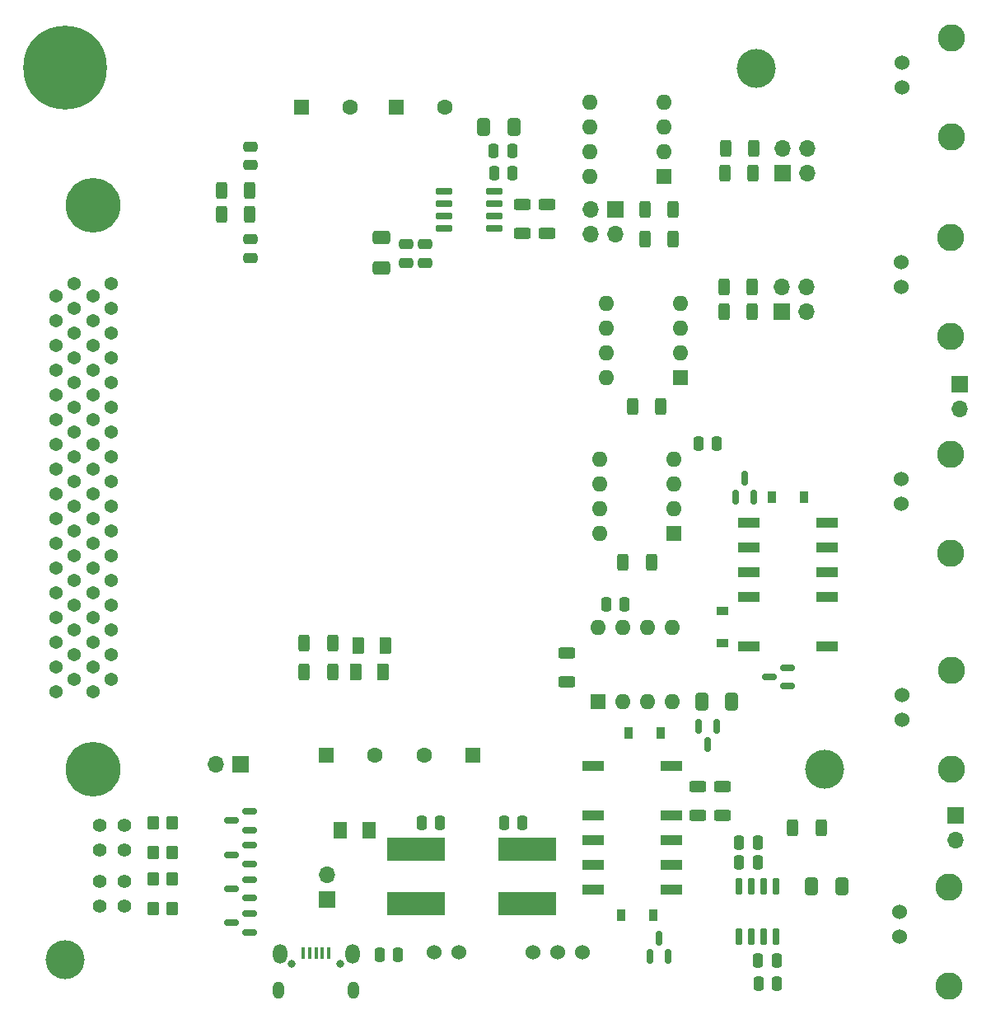
<source format=gbr>
%TF.GenerationSoftware,KiCad,Pcbnew,(6.0.0)*%
%TF.CreationDate,2024-05-04T22:15:16-04:00*%
%TF.ProjectId,Impedance_Analyzer_V4,496d7065-6461-46e6-9365-5f416e616c79,rev?*%
%TF.SameCoordinates,Original*%
%TF.FileFunction,Soldermask,Top*%
%TF.FilePolarity,Negative*%
%FSLAX46Y46*%
G04 Gerber Fmt 4.6, Leading zero omitted, Abs format (unit mm)*
G04 Created by KiCad (PCBNEW (6.0.0)) date 2024-05-04 22:15:16*
%MOMM*%
%LPD*%
G01*
G04 APERTURE LIST*
G04 Aperture macros list*
%AMRoundRect*
0 Rectangle with rounded corners*
0 $1 Rounding radius*
0 $2 $3 $4 $5 $6 $7 $8 $9 X,Y pos of 4 corners*
0 Add a 4 corners polygon primitive as box body*
4,1,4,$2,$3,$4,$5,$6,$7,$8,$9,$2,$3,0*
0 Add four circle primitives for the rounded corners*
1,1,$1+$1,$2,$3*
1,1,$1+$1,$4,$5*
1,1,$1+$1,$6,$7*
1,1,$1+$1,$8,$9*
0 Add four rect primitives between the rounded corners*
20,1,$1+$1,$2,$3,$4,$5,0*
20,1,$1+$1,$4,$5,$6,$7,0*
20,1,$1+$1,$6,$7,$8,$9,0*
20,1,$1+$1,$8,$9,$2,$3,0*%
G04 Aperture macros list end*
%ADD10R,1.700000X1.700000*%
%ADD11O,1.700000X1.700000*%
%ADD12RoundRect,0.250001X-0.462499X-0.624999X0.462499X-0.624999X0.462499X0.624999X-0.462499X0.624999X0*%
%ADD13O,0.800000X0.800000*%
%ADD14O,1.150000X1.800000*%
%ADD15O,1.450000X2.000000*%
%ADD16R,0.450000X1.300000*%
%ADD17R,1.600000X1.600000*%
%ADD18O,1.600000X1.600000*%
%ADD19RoundRect,0.150000X0.150000X-0.587500X0.150000X0.587500X-0.150000X0.587500X-0.150000X-0.587500X0*%
%ADD20R,2.209800X0.990600*%
%ADD21R,0.900000X1.200000*%
%ADD22RoundRect,0.150000X-0.150000X0.587500X-0.150000X-0.587500X0.150000X-0.587500X0.150000X0.587500X0*%
%ADD23RoundRect,0.150000X0.587500X0.150000X-0.587500X0.150000X-0.587500X-0.150000X0.587500X-0.150000X0*%
%ADD24R,1.200000X0.900000*%
%ADD25RoundRect,0.250000X-0.350000X-0.450000X0.350000X-0.450000X0.350000X0.450000X-0.350000X0.450000X0*%
%ADD26C,1.371600*%
%ADD27C,5.613400*%
%ADD28C,1.397000*%
%ADD29C,1.524000*%
%ADD30C,2.800000*%
%ADD31RoundRect,0.249998X-0.625002X0.312502X-0.625002X-0.312502X0.625002X-0.312502X0.625002X0.312502X0*%
%ADD32RoundRect,0.249998X0.312502X0.625002X-0.312502X0.625002X-0.312502X-0.625002X0.312502X-0.625002X0*%
%ADD33C,1.600000*%
%ADD34RoundRect,0.250000X-0.475000X0.250000X-0.475000X-0.250000X0.475000X-0.250000X0.475000X0.250000X0*%
%ADD35RoundRect,0.150000X-0.725000X-0.150000X0.725000X-0.150000X0.725000X0.150000X-0.725000X0.150000X0*%
%ADD36RoundRect,0.250000X0.250000X0.475000X-0.250000X0.475000X-0.250000X-0.475000X0.250000X-0.475000X0*%
%ADD37RoundRect,0.250000X-0.250000X-0.475000X0.250000X-0.475000X0.250000X0.475000X-0.250000X0.475000X0*%
%ADD38RoundRect,0.250000X0.375000X0.625000X-0.375000X0.625000X-0.375000X-0.625000X0.375000X-0.625000X0*%
%ADD39RoundRect,0.250000X-0.375000X-0.625000X0.375000X-0.625000X0.375000X0.625000X-0.375000X0.625000X0*%
%ADD40C,8.600000*%
%ADD41C,4.000000*%
%ADD42RoundRect,0.249999X-0.625001X0.312501X-0.625001X-0.312501X0.625001X-0.312501X0.625001X0.312501X0*%
%ADD43RoundRect,0.150000X-0.150000X0.725000X-0.150000X-0.725000X0.150000X-0.725000X0.150000X0.725000X0*%
%ADD44R,5.900000X2.450000*%
%ADD45RoundRect,0.250000X0.312500X0.625000X-0.312500X0.625000X-0.312500X-0.625000X0.312500X-0.625000X0*%
%ADD46RoundRect,0.250000X-0.312500X-0.625000X0.312500X-0.625000X0.312500X0.625000X-0.312500X0.625000X0*%
%ADD47RoundRect,0.250000X0.475000X-0.250000X0.475000X0.250000X-0.475000X0.250000X-0.475000X-0.250000X0*%
%ADD48RoundRect,0.250000X-0.625000X0.312500X-0.625000X-0.312500X0.625000X-0.312500X0.625000X0.312500X0*%
%ADD49RoundRect,0.250000X-0.412500X-0.650000X0.412500X-0.650000X0.412500X0.650000X-0.412500X0.650000X0*%
%ADD50RoundRect,0.250000X0.650000X-0.412500X0.650000X0.412500X-0.650000X0.412500X-0.650000X-0.412500X0*%
%ADD51RoundRect,0.250000X0.412500X0.650000X-0.412500X0.650000X-0.412500X-0.650000X0.412500X-0.650000X0*%
G04 APERTURE END LIST*
D10*
%TO.C,J8*%
X93000000Y-117500000D03*
D11*
X90460000Y-117500000D03*
%TD*%
D10*
%TO.C,J3*%
X101850000Y-131320000D03*
D11*
X101850000Y-128780000D03*
%TD*%
D12*
%TO.C,F1*%
X103262500Y-124250000D03*
X106237500Y-124250000D03*
%TD*%
D13*
%TO.C,J2*%
X103250000Y-137950000D03*
X98250000Y-137950000D03*
D14*
X104625000Y-140700000D03*
X96875000Y-140700000D03*
D15*
X104475000Y-136900000D03*
X97025000Y-136900000D03*
D16*
X102050000Y-136850000D03*
X101400000Y-136850000D03*
X100750000Y-136850000D03*
X100100000Y-136850000D03*
X99450000Y-136850000D03*
%TD*%
D17*
%TO.C,U3*%
X129700000Y-111000000D03*
D18*
X132240000Y-111000000D03*
X134780000Y-111000000D03*
X137320000Y-111000000D03*
X137320000Y-103380000D03*
X134780000Y-103380000D03*
X132240000Y-103380000D03*
X129700000Y-103380000D03*
%TD*%
D19*
%TO.C,Q4*%
X143850000Y-90000000D03*
X145750000Y-90000000D03*
X144800000Y-88125000D03*
%TD*%
D20*
%TO.C,K1*%
X153250000Y-105350000D03*
X153250000Y-100270000D03*
X153250000Y-97730000D03*
X153250000Y-95190000D03*
X153250000Y-92650000D03*
X145250001Y-92650000D03*
X145250001Y-95190000D03*
X145250001Y-97730000D03*
X145250001Y-100270000D03*
X145250001Y-105350000D03*
%TD*%
D21*
%TO.C,D7*%
X150900000Y-90000000D03*
X147600000Y-90000000D03*
%TD*%
D19*
%TO.C,Q3*%
X135050000Y-137187500D03*
X136950000Y-137187500D03*
X136000000Y-135312500D03*
%TD*%
D22*
%TO.C,Q2*%
X141950000Y-113562500D03*
X140050000Y-113562500D03*
X141000000Y-115437500D03*
%TD*%
D20*
%TO.C,K2*%
X129250001Y-117650001D03*
X129250001Y-122730001D03*
X129250001Y-125270001D03*
X129250001Y-127810001D03*
X129250001Y-130350001D03*
X137250000Y-130350001D03*
X137250000Y-127810001D03*
X137250000Y-125270001D03*
X137250000Y-122730001D03*
X137250000Y-117650001D03*
%TD*%
D21*
%TO.C,D3*%
X132850000Y-114250000D03*
X136150000Y-114250000D03*
%TD*%
%TO.C,D2*%
X132100000Y-133000000D03*
X135400000Y-133000000D03*
%TD*%
D23*
%TO.C,Q1*%
X149187500Y-109450000D03*
X149187500Y-107550000D03*
X147312500Y-108500000D03*
%TD*%
D24*
%TO.C,D1*%
X142500000Y-101700000D03*
X142500000Y-105000000D03*
%TD*%
D25*
%TO.C,R116*%
X84000000Y-126500000D03*
X86000000Y-126500000D03*
%TD*%
%TO.C,R115*%
X84000000Y-123500000D03*
X86000000Y-123500000D03*
%TD*%
%TO.C,R114*%
X84000000Y-132250000D03*
X86000000Y-132250000D03*
%TD*%
%TO.C,R113*%
X84000000Y-129250000D03*
X86000000Y-129250000D03*
%TD*%
D23*
%TO.C,Q23*%
X93937500Y-127700000D03*
X93937500Y-125800000D03*
X92062500Y-126750000D03*
%TD*%
%TO.C,Q22*%
X93937500Y-124200000D03*
X93937500Y-122300000D03*
X92062500Y-123250000D03*
%TD*%
%TO.C,Q21*%
X93937500Y-134700000D03*
X93937500Y-132800000D03*
X92062500Y-133750000D03*
%TD*%
%TO.C,Q20*%
X92062500Y-130250000D03*
X93937500Y-129300000D03*
X93937500Y-131200000D03*
%TD*%
D26*
%TO.C,J1*%
X74000000Y-110000000D03*
X75905000Y-108730000D03*
X74000000Y-107460000D03*
X75905000Y-106190000D03*
X74000000Y-104920000D03*
X75905000Y-103650000D03*
X74000000Y-102380000D03*
X75905000Y-101110000D03*
X74000000Y-99840000D03*
X75905000Y-98570000D03*
X74000000Y-97300000D03*
X75905000Y-96030000D03*
X74000000Y-94760000D03*
X75905000Y-93490000D03*
X74000000Y-92220000D03*
X75905000Y-90950000D03*
X74000000Y-89680000D03*
X75905000Y-88410000D03*
X74000000Y-87140000D03*
X75905000Y-85870000D03*
X74000000Y-84600000D03*
X75905000Y-83330000D03*
X74000000Y-82060000D03*
X75905000Y-80790000D03*
X74000000Y-79520000D03*
X75905000Y-78250000D03*
X74000000Y-76980000D03*
X75905000Y-75710000D03*
X74000000Y-74440000D03*
X75905000Y-73170000D03*
X74000000Y-71900000D03*
X75905000Y-70630000D03*
X74000000Y-69360000D03*
X75905000Y-68090000D03*
X77810000Y-110000000D03*
X79715000Y-108730000D03*
X77810000Y-107460000D03*
X79715000Y-106190000D03*
X77810000Y-104920000D03*
X79715000Y-103650000D03*
X77810000Y-102380000D03*
X79715000Y-101110000D03*
X77810000Y-99840000D03*
X79715000Y-98570000D03*
X77810000Y-97300000D03*
X79715000Y-96030000D03*
X77810000Y-94760000D03*
X79715000Y-93490000D03*
X77810000Y-92220000D03*
X79715000Y-90950000D03*
X77810000Y-89680000D03*
X79715000Y-88410000D03*
X77810000Y-87140000D03*
X79715000Y-85870000D03*
X77810000Y-84600000D03*
X79715000Y-83330000D03*
X77810000Y-82060000D03*
X79715000Y-80790000D03*
X77810000Y-79520000D03*
X79715000Y-78250000D03*
X77810000Y-76980000D03*
X79715000Y-75710000D03*
X77810000Y-74440000D03*
X79715000Y-73170000D03*
X77810000Y-71900000D03*
X79715000Y-70630000D03*
X77810000Y-69360000D03*
X79715000Y-68090000D03*
D27*
X77810000Y-118001000D03*
X77810000Y-60089000D03*
%TD*%
D28*
%TO.C,D15*%
X81055300Y-126236600D03*
X81055300Y-123696600D03*
X78515300Y-126236600D03*
X78515300Y-123696600D03*
%TD*%
%TO.C,D14*%
X78515300Y-129446600D03*
X78515300Y-131986600D03*
X81055300Y-129446600D03*
X81055300Y-131986600D03*
%TD*%
D29*
%TO.C,J6*%
X160924991Y-68475000D03*
X160924991Y-65935000D03*
D30*
X166004991Y-63395000D03*
X166004991Y-73555000D03*
%TD*%
D29*
%TO.C,J7*%
X160750000Y-135150000D03*
D30*
X165830000Y-140230000D03*
X165830000Y-130070000D03*
D29*
X160750000Y-132610000D03*
%TD*%
D31*
%TO.C,R7*%
X126500000Y-106037500D03*
X126500000Y-108962500D03*
%TD*%
D32*
%TO.C,R8*%
X135212500Y-96750000D03*
X132287500Y-96750000D03*
%TD*%
D29*
%TO.C,J5*%
X161000000Y-112925000D03*
X161000000Y-110385000D03*
D30*
X166080000Y-107845000D03*
X166080000Y-118005000D03*
%TD*%
D29*
%TO.C,J4*%
X160924991Y-90699991D03*
D30*
X166004991Y-95779991D03*
D29*
X160924991Y-88159991D03*
D30*
X166004991Y-85619991D03*
%TD*%
D17*
%TO.C,U4*%
X137500000Y-93750000D03*
D18*
X137500000Y-91210000D03*
X137500000Y-88670000D03*
X137500000Y-86130000D03*
X129880000Y-86130000D03*
X129880000Y-88670000D03*
X129880000Y-91210000D03*
X129880000Y-93750000D03*
%TD*%
D17*
%TO.C,C7*%
X101778792Y-116500000D03*
D33*
X106778792Y-116500000D03*
%TD*%
D17*
%TO.C,C9*%
X116902651Y-116500000D03*
D33*
X111902651Y-116500000D03*
%TD*%
D31*
%TO.C,R2*%
X124475000Y-59972500D03*
X124475000Y-62897500D03*
%TD*%
D34*
%TO.C,C1*%
X94000000Y-63550000D03*
X94000000Y-65450000D03*
%TD*%
D32*
%TO.C,R1*%
X93962500Y-61000000D03*
X91037500Y-61000000D03*
%TD*%
D35*
%TO.C,U1*%
X113925000Y-58595000D03*
X113925000Y-59865000D03*
X113925000Y-61135000D03*
X113925000Y-62405000D03*
X119075000Y-62405000D03*
X119075000Y-61135000D03*
X119075000Y-59865000D03*
X119075000Y-58595000D03*
%TD*%
D34*
%TO.C,C14*%
X110000000Y-64050000D03*
X110000000Y-65950000D03*
%TD*%
D36*
%TO.C,C17*%
X132450000Y-101000000D03*
X130550000Y-101000000D03*
%TD*%
D37*
%TO.C,C19*%
X119050000Y-56750000D03*
X120950000Y-56750000D03*
%TD*%
D34*
%TO.C,C20*%
X111975000Y-64050000D03*
X111975000Y-65950000D03*
%TD*%
D38*
%TO.C,D4*%
X107650000Y-108000000D03*
X104850000Y-108000000D03*
%TD*%
D39*
%TO.C,D5*%
X107900000Y-105250000D03*
X105100000Y-105250000D03*
%TD*%
D32*
%TO.C,R19*%
X102462500Y-108000000D03*
X99537500Y-108000000D03*
%TD*%
%TO.C,R20*%
X102462500Y-105000000D03*
X99537500Y-105000000D03*
%TD*%
D40*
%TO.C,H1*%
X75000000Y-45900000D03*
%TD*%
D41*
%TO.C,H2*%
X146000000Y-46000000D03*
%TD*%
%TO.C,H4*%
X153000000Y-118000000D03*
%TD*%
%TO.C,H3*%
X75000000Y-137500000D03*
%TD*%
D36*
%TO.C,C22*%
X146240000Y-140000000D03*
X148140000Y-140000000D03*
%TD*%
D37*
%TO.C,C23*%
X140050000Y-84500000D03*
X141950000Y-84500000D03*
%TD*%
%TO.C,C24*%
X119025000Y-54500000D03*
X120925000Y-54500000D03*
%TD*%
%TO.C,C21*%
X146140000Y-125500000D03*
X144240000Y-125500000D03*
%TD*%
D32*
%TO.C,R9*%
X145616250Y-70960000D03*
X142691250Y-70960000D03*
%TD*%
D42*
%TO.C,R10*%
X121975000Y-59972500D03*
X121975000Y-62897500D03*
%TD*%
%TO.C,R18*%
X140000000Y-119750000D03*
X140000000Y-122675000D03*
%TD*%
D43*
%TO.C,U2*%
X148000000Y-130000000D03*
X146730000Y-130000000D03*
X145460000Y-130000000D03*
X144190000Y-130000000D03*
X144190000Y-135150000D03*
X145460000Y-135150000D03*
X146730000Y-135150000D03*
X148000000Y-135150000D03*
%TD*%
D36*
%TO.C,C3*%
X146195000Y-137575000D03*
X148095000Y-137575000D03*
%TD*%
%TO.C,C10*%
X121950000Y-123500000D03*
X120050000Y-123500000D03*
%TD*%
D44*
%TO.C,L2*%
X111000000Y-126225000D03*
X111000000Y-131775000D03*
%TD*%
D29*
%TO.C,Reg1*%
X112880000Y-136750000D03*
X115420000Y-136750000D03*
X123040000Y-136750000D03*
X125580000Y-136750000D03*
X128120000Y-136750000D03*
%TD*%
D37*
%TO.C,C8*%
X111600000Y-123500000D03*
X113500000Y-123500000D03*
%TD*%
D44*
%TO.C,L1*%
X122500000Y-126225000D03*
X122500000Y-131775000D03*
%TD*%
D37*
%TO.C,C18*%
X146140000Y-127500000D03*
X144240000Y-127500000D03*
%TD*%
D45*
%TO.C,R30*%
X137462500Y-60500000D03*
X134537500Y-60500000D03*
%TD*%
D10*
%TO.C,J18*%
X166475000Y-122725000D03*
D11*
X166475000Y-125265000D03*
%TD*%
D45*
%TO.C,R22*%
X93962500Y-58500000D03*
X91037500Y-58500000D03*
%TD*%
D17*
%TO.C,U7*%
X136525000Y-57075000D03*
D18*
X136525000Y-54535000D03*
X136525000Y-51995000D03*
X136525000Y-49455000D03*
X128905000Y-49455000D03*
X128905000Y-51995000D03*
X128905000Y-54535000D03*
X128905000Y-57075000D03*
%TD*%
D17*
%TO.C,C16*%
X109000000Y-50000000D03*
D33*
X114000000Y-50000000D03*
%TD*%
D45*
%TO.C,R24*%
X145616250Y-68460000D03*
X142691250Y-68460000D03*
%TD*%
%TO.C,R29*%
X145765000Y-54235000D03*
X142840000Y-54235000D03*
%TD*%
D17*
%TO.C,C25*%
X99260000Y-50000000D03*
D33*
X104260000Y-50000000D03*
%TD*%
D10*
%TO.C,J15*%
X166875000Y-78475000D03*
D11*
X166875000Y-81015000D03*
%TD*%
D29*
%TO.C,J20*%
X161000000Y-47950000D03*
D30*
X166080000Y-53030000D03*
X166080000Y-42870000D03*
D29*
X161000000Y-45410000D03*
%TD*%
D46*
%TO.C,R16*%
X152652500Y-124000000D03*
X149727500Y-124000000D03*
%TD*%
D47*
%TO.C,C15*%
X94000000Y-55950000D03*
X94000000Y-54050000D03*
%TD*%
D18*
%TO.C,U6*%
X130630000Y-77750000D03*
X130630000Y-75210000D03*
X130630000Y-72670000D03*
X130630000Y-70130000D03*
X138250000Y-70130000D03*
X138250000Y-72670000D03*
X138250000Y-75210000D03*
D17*
X138250000Y-77750000D03*
%TD*%
D45*
%TO.C,R28*%
X145690000Y-56735000D03*
X142765000Y-56735000D03*
%TD*%
D36*
%TO.C,C26*%
X109200000Y-137000000D03*
X107300000Y-137000000D03*
%TD*%
D10*
%TO.C,J19*%
X148725000Y-56775000D03*
D11*
X148725000Y-54235000D03*
X151265000Y-56775000D03*
X151265000Y-54235000D03*
%TD*%
D48*
%TO.C,R14*%
X142500000Y-119750000D03*
X142500000Y-122675000D03*
%TD*%
D49*
%TO.C,C12*%
X117975000Y-52000000D03*
X121100000Y-52000000D03*
%TD*%
D50*
%TO.C,C11*%
X107475000Y-66497500D03*
X107475000Y-63372500D03*
%TD*%
D10*
%TO.C,J17*%
X148653750Y-70960000D03*
D11*
X148653750Y-68420000D03*
X151193750Y-70960000D03*
X151193750Y-68420000D03*
%TD*%
D49*
%TO.C,C13*%
X154815000Y-130000000D03*
X151690000Y-130000000D03*
%TD*%
D51*
%TO.C,C2*%
X143500000Y-111000000D03*
X140375000Y-111000000D03*
%TD*%
D10*
%TO.C,J21*%
X131500000Y-60500000D03*
D11*
X131500000Y-63040000D03*
X128960000Y-60500000D03*
X128960000Y-63040000D03*
%TD*%
D46*
%TO.C,R26*%
X133287500Y-80750000D03*
X136212500Y-80750000D03*
%TD*%
%TO.C,R31*%
X134537500Y-63500000D03*
X137462500Y-63500000D03*
%TD*%
M02*

</source>
